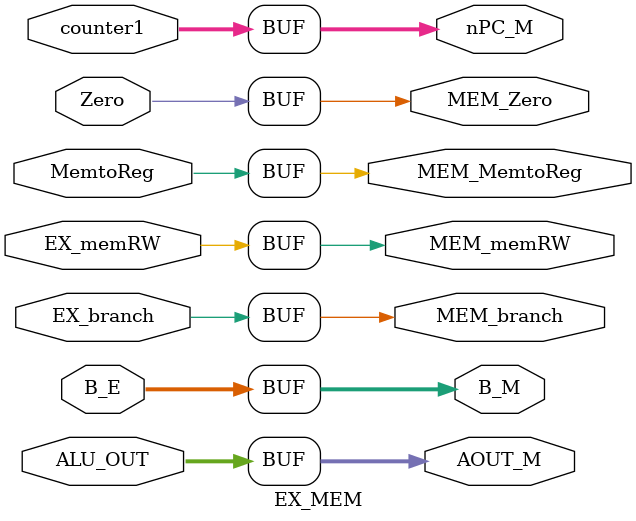
<source format=v>
module EX_MEM (counter1, Zero, ALU_OUT, B_E, EX_branch, EX_memRW, MemtoReg,
nPC_M, MEM_Zero, AOUT_M, B_M, MEM_branch, MEM_memRW, MEM_MemtoReg);

    input [31:0] counter1;
    input Zero;
    input [31:0] ALU_OUT;
    input [31:0] B_E;
    input EX_branch;
    input EX_memRW;
    input MemtoReg;

    output reg [31:0] nPC_M;
    output reg MEM_Zero;
    output reg [31:0] AOUT_M;
    output reg [31:0] B_M;
    output reg MEM_branch;
    output reg MEM_memRW;
    output reg MEM_MemtoReg;

    always @(*) begin
        nPC_M <= counter1;
        MEM_Zero <= Zero;
        AOUT_M <= ALU_OUT;
        B_M <= B_E;
        MEM_branch <= EX_branch;
        MEM_memRW <= EX_memRW;
        MEM_MemtoReg <= MemtoReg;
    end


endmodule
</source>
